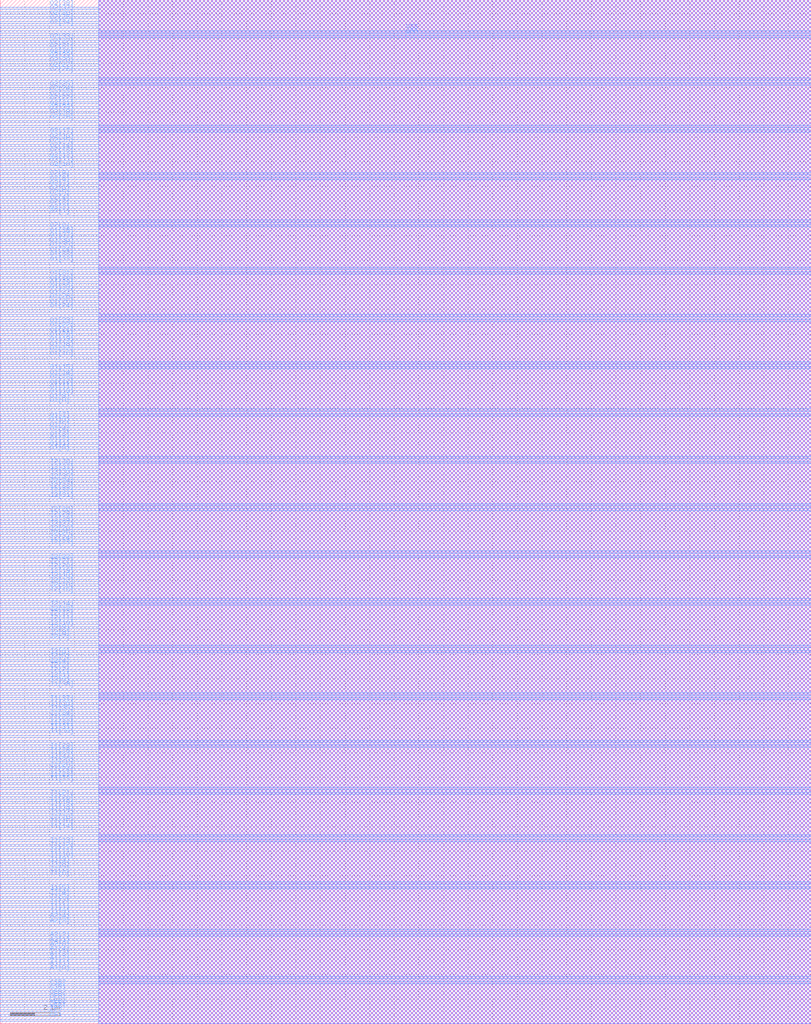
<source format=lef>
VERSION 5.6 ;
BUSBITCHARS "[]" ;
DIVIDERCHAR "/" ;

MACRO SRAM2RW32x39
  CLASS BLOCK ;
  ORIGIN 0 0 ;
  FOREIGN SRAM2RW32x39 0 0 ;
  SIZE 32.928 BY 41.568 ;
  SYMMETRY X Y ;
  SITE asap7sc7p5t ;
  PIN VDD
    DIRECTION INOUT ;
    USE POWER ;
    PORT 
      LAYER M4 ;
        RECT 0.0 1.632 32.928 1.728 ;
        RECT 0.0 3.552 32.928 3.648 ;
        RECT 0.0 5.472 32.928 5.568 ;
        RECT 0.0 7.392 32.928 7.488 ;
        RECT 0.0 9.312 32.928 9.408 ;
        RECT 0.0 11.232 32.928 11.328 ;
        RECT 0.0 13.152 32.928 13.248 ;
        RECT 0.0 15.072 32.928 15.168 ;
        RECT 0.0 16.992 32.928 17.088 ;
        RECT 0.0 18.912 32.928 19.008 ;
        RECT 0.0 20.832 32.928 20.928 ;
        RECT 0.0 22.752 32.928 22.848 ;
        RECT 0.0 24.672 32.928 24.768 ;
        RECT 0.0 26.592 32.928 26.688 ;
        RECT 0.0 28.512 32.928 28.608 ;
        RECT 0.0 30.432 32.928 30.528 ;
        RECT 0.0 32.352 32.928 32.448 ;
        RECT 0.0 34.272 32.928 34.368 ;
        RECT 0.0 36.192 32.928 36.288 ;
        RECT 0.0 38.112 32.928 38.208 ;
        RECT 0.0 40.032 32.928 40.128 ;
    END 
  END VDD
  PIN VSS
    DIRECTION INOUT ;
    USE GROUND ;
    PORT 
      LAYER M4 ;
        RECT 0.0 1.824 32.928 1.92 ;
        RECT 0.0 3.744 32.928 3.84 ;
        RECT 0.0 5.664 32.928 5.76 ;
        RECT 0.0 7.584 32.928 7.68 ;
        RECT 0.0 9.504 32.928 9.6 ;
        RECT 0.0 11.424 32.928 11.52 ;
        RECT 0.0 13.344 32.928 13.44 ;
        RECT 0.0 15.264 32.928 15.36 ;
        RECT 0.0 17.184 32.928 17.28 ;
        RECT 0.0 19.104 32.928 19.2 ;
        RECT 0.0 21.024 32.928 21.12 ;
        RECT 0.0 22.944 32.928 23.04 ;
        RECT 0.0 24.864 32.928 24.96 ;
        RECT 0.0 26.784 32.928 26.88 ;
        RECT 0.0 28.704 32.928 28.8 ;
        RECT 0.0 30.624 32.928 30.72 ;
        RECT 0.0 32.544 32.928 32.64 ;
        RECT 0.0 34.464 32.928 34.56 ;
        RECT 0.0 36.384 32.928 36.48 ;
        RECT 0.0 38.304 32.928 38.4 ;
        RECT 0.0 40.224 32.928 40.32 ;
    END 
  END VSS
  PIN CE1
    DIRECTION INPUT ;
    USE SIGNAL ;
    PORT 
      LAYER M4 ;
        RECT 0.0 0.096 4.0 0.192 ;
    END 
  END CE1
  PIN CE2
    DIRECTION INPUT ;
    USE SIGNAL ;
    PORT 
      LAYER M4 ;
        RECT 0.0 0.288 4.0 0.384 ;
    END 
  END CE2
  PIN WEB1
    DIRECTION INPUT ;
    USE SIGNAL ;
    PORT 
      LAYER M4 ;
        RECT 0.0 0.48 4.0 0.576 ;
    END 
  END WEB1
  PIN WEB2
    DIRECTION INPUT ;
    USE SIGNAL ;
    PORT 
      LAYER M4 ;
        RECT 0.0 0.672 4.0 0.768 ;
    END 
  END WEB2
  PIN OEB1
    DIRECTION INPUT ;
    USE SIGNAL ;
    PORT 
      LAYER M4 ;
        RECT 0.0 0.864 4.0 0.96 ;
    END 
  END OEB1
  PIN OEB2
    DIRECTION INPUT ;
    USE SIGNAL ;
    PORT 
      LAYER M4 ;
        RECT 0.0 1.056 4.0 1.152 ;
    END 
  END OEB2
  PIN CSB1
    DIRECTION INPUT ;
    USE SIGNAL ;
    PORT 
      LAYER M4 ;
        RECT 0.0 1.248 4.0 1.344 ;
    END 
  END CSB1
  PIN CSB2
    DIRECTION INPUT ;
    USE SIGNAL ;
    PORT 
      LAYER M4 ;
        RECT 0.0 1.44 4.0 1.536 ;
    END 
  END CSB2
  PIN A1[0]
    DIRECTION INPUT ;
    USE SIGNAL ;
    PORT 
      LAYER M4 ;
        RECT 0.0 2.016 4.0 2.112 ;
    END 
  END A1[0]
  PIN A1[1]
    DIRECTION INPUT ;
    USE SIGNAL ;
    PORT 
      LAYER M4 ;
        RECT 0.0 2.208 4.0 2.304 ;
    END 
  END A1[1]
  PIN A1[2]
    DIRECTION INPUT ;
    USE SIGNAL ;
    PORT 
      LAYER M4 ;
        RECT 0.0 2.4 4.0 2.496 ;
    END 
  END A1[2]
  PIN A1[3]
    DIRECTION INPUT ;
    USE SIGNAL ;
    PORT 
      LAYER M4 ;
        RECT 0.0 2.592 4.0 2.688 ;
    END 
  END A1[3]
  PIN A1[4]
    DIRECTION INPUT ;
    USE SIGNAL ;
    PORT 
      LAYER M4 ;
        RECT 0.0 2.784 4.0 2.88 ;
    END 
  END A1[4]
  PIN A2[0]
    DIRECTION INPUT ;
    USE SIGNAL ;
    PORT 
      LAYER M4 ;
        RECT 0.0 2.976 4.0 3.072 ;
    END 
  END A2[0]
  PIN A2[1]
    DIRECTION INPUT ;
    USE SIGNAL ;
    PORT 
      LAYER M4 ;
        RECT 0.0 3.168 4.0 3.264 ;
    END 
  END A2[1]
  PIN A2[2]
    DIRECTION INPUT ;
    USE SIGNAL ;
    PORT 
      LAYER M4 ;
        RECT 0.0 3.36 4.0 3.456 ;
    END 
  END A2[2]
  PIN A2[3]
    DIRECTION INPUT ;
    USE SIGNAL ;
    PORT 
      LAYER M4 ;
        RECT 0.0 3.936 4.0 4.032 ;
    END 
  END A2[3]
  PIN A2[4]
    DIRECTION INPUT ;
    USE SIGNAL ;
    PORT 
      LAYER M4 ;
        RECT 0.0 4.128 4.0 4.224 ;
    END 
  END A2[4]
  PIN I1[0]
    DIRECTION INPUT ;
    USE SIGNAL ;
    PORT 
      LAYER M4 ;
        RECT 0.0 4.32 4.0 4.416 ;
    END 
  END I1[0]
  PIN I1[1]
    DIRECTION INPUT ;
    USE SIGNAL ;
    PORT 
      LAYER M4 ;
        RECT 0.0 4.512 4.0 4.608 ;
    END 
  END I1[1]
  PIN I1[2]
    DIRECTION INPUT ;
    USE SIGNAL ;
    PORT 
      LAYER M4 ;
        RECT 0.0 4.704 4.0 4.8 ;
    END 
  END I1[2]
  PIN I1[3]
    DIRECTION INPUT ;
    USE SIGNAL ;
    PORT 
      LAYER M4 ;
        RECT 0.0 4.896 4.0 4.992 ;
    END 
  END I1[3]
  PIN I1[4]
    DIRECTION INPUT ;
    USE SIGNAL ;
    PORT 
      LAYER M4 ;
        RECT 0.0 5.088 4.0 5.184 ;
    END 
  END I1[4]
  PIN I1[5]
    DIRECTION INPUT ;
    USE SIGNAL ;
    PORT 
      LAYER M4 ;
        RECT 0.0 5.28 4.0 5.376 ;
    END 
  END I1[5]
  PIN I1[6]
    DIRECTION INPUT ;
    USE SIGNAL ;
    PORT 
      LAYER M4 ;
        RECT 0.0 5.856 4.0 5.952 ;
    END 
  END I1[6]
  PIN I1[7]
    DIRECTION INPUT ;
    USE SIGNAL ;
    PORT 
      LAYER M4 ;
        RECT 0.0 6.048 4.0 6.144 ;
    END 
  END I1[7]
  PIN I1[8]
    DIRECTION INPUT ;
    USE SIGNAL ;
    PORT 
      LAYER M4 ;
        RECT 0.0 6.24 4.0 6.336 ;
    END 
  END I1[8]
  PIN I1[9]
    DIRECTION INPUT ;
    USE SIGNAL ;
    PORT 
      LAYER M4 ;
        RECT 0.0 6.432 4.0 6.528 ;
    END 
  END I1[9]
  PIN I1[10]
    DIRECTION INPUT ;
    USE SIGNAL ;
    PORT 
      LAYER M4 ;
        RECT 0.0 6.624 4.0 6.72 ;
    END 
  END I1[10]
  PIN I1[11]
    DIRECTION INPUT ;
    USE SIGNAL ;
    PORT 
      LAYER M4 ;
        RECT 0.0 6.816 4.0 6.912 ;
    END 
  END I1[11]
  PIN I1[12]
    DIRECTION INPUT ;
    USE SIGNAL ;
    PORT 
      LAYER M4 ;
        RECT 0.0 7.008 4.0 7.104 ;
    END 
  END I1[12]
  PIN I1[13]
    DIRECTION INPUT ;
    USE SIGNAL ;
    PORT 
      LAYER M4 ;
        RECT 0.0 7.2 4.0 7.296 ;
    END 
  END I1[13]
  PIN I1[14]
    DIRECTION INPUT ;
    USE SIGNAL ;
    PORT 
      LAYER M4 ;
        RECT 0.0 7.776 4.0 7.872 ;
    END 
  END I1[14]
  PIN I1[15]
    DIRECTION INPUT ;
    USE SIGNAL ;
    PORT 
      LAYER M4 ;
        RECT 0.0 7.968 4.0 8.064 ;
    END 
  END I1[15]
  PIN I1[16]
    DIRECTION INPUT ;
    USE SIGNAL ;
    PORT 
      LAYER M4 ;
        RECT 0.0 8.16 4.0 8.256 ;
    END 
  END I1[16]
  PIN I1[17]
    DIRECTION INPUT ;
    USE SIGNAL ;
    PORT 
      LAYER M4 ;
        RECT 0.0 8.352 4.0 8.448 ;
    END 
  END I1[17]
  PIN I1[18]
    DIRECTION INPUT ;
    USE SIGNAL ;
    PORT 
      LAYER M4 ;
        RECT 0.0 8.544 4.0 8.64 ;
    END 
  END I1[18]
  PIN I1[19]
    DIRECTION INPUT ;
    USE SIGNAL ;
    PORT 
      LAYER M4 ;
        RECT 0.0 8.736 4.0 8.832 ;
    END 
  END I1[19]
  PIN I1[20]
    DIRECTION INPUT ;
    USE SIGNAL ;
    PORT 
      LAYER M4 ;
        RECT 0.0 8.928 4.0 9.024 ;
    END 
  END I1[20]
  PIN I1[21]
    DIRECTION INPUT ;
    USE SIGNAL ;
    PORT 
      LAYER M4 ;
        RECT 0.0 9.12 4.0 9.216 ;
    END 
  END I1[21]
  PIN I1[22]
    DIRECTION INPUT ;
    USE SIGNAL ;
    PORT 
      LAYER M4 ;
        RECT 0.0 9.696 4.0 9.792 ;
    END 
  END I1[22]
  PIN I1[23]
    DIRECTION INPUT ;
    USE SIGNAL ;
    PORT 
      LAYER M4 ;
        RECT 0.0 9.888 4.0 9.984 ;
    END 
  END I1[23]
  PIN I1[24]
    DIRECTION INPUT ;
    USE SIGNAL ;
    PORT 
      LAYER M4 ;
        RECT 0.0 10.08 4.0 10.176 ;
    END 
  END I1[24]
  PIN I1[25]
    DIRECTION INPUT ;
    USE SIGNAL ;
    PORT 
      LAYER M4 ;
        RECT 0.0 10.272 4.0 10.368 ;
    END 
  END I1[25]
  PIN I1[26]
    DIRECTION INPUT ;
    USE SIGNAL ;
    PORT 
      LAYER M4 ;
        RECT 0.0 10.464 4.0 10.56 ;
    END 
  END I1[26]
  PIN I1[27]
    DIRECTION INPUT ;
    USE SIGNAL ;
    PORT 
      LAYER M4 ;
        RECT 0.0 10.656 4.0 10.752 ;
    END 
  END I1[27]
  PIN I1[28]
    DIRECTION INPUT ;
    USE SIGNAL ;
    PORT 
      LAYER M4 ;
        RECT 0.0 10.848 4.0 10.944 ;
    END 
  END I1[28]
  PIN I1[29]
    DIRECTION INPUT ;
    USE SIGNAL ;
    PORT 
      LAYER M4 ;
        RECT 0.0 11.04 4.0 11.136 ;
    END 
  END I1[29]
  PIN I1[30]
    DIRECTION INPUT ;
    USE SIGNAL ;
    PORT 
      LAYER M4 ;
        RECT 0.0 11.616 4.0 11.712 ;
    END 
  END I1[30]
  PIN I1[31]
    DIRECTION INPUT ;
    USE SIGNAL ;
    PORT 
      LAYER M4 ;
        RECT 0.0 11.808 4.0 11.904 ;
    END 
  END I1[31]
  PIN I1[32]
    DIRECTION INPUT ;
    USE SIGNAL ;
    PORT 
      LAYER M4 ;
        RECT 0.0 12.0 4.0 12.096 ;
    END 
  END I1[32]
  PIN I1[33]
    DIRECTION INPUT ;
    USE SIGNAL ;
    PORT 
      LAYER M4 ;
        RECT 0.0 12.192 4.0 12.288 ;
    END 
  END I1[33]
  PIN I1[34]
    DIRECTION INPUT ;
    USE SIGNAL ;
    PORT 
      LAYER M4 ;
        RECT 0.0 12.384 4.0 12.48 ;
    END 
  END I1[34]
  PIN I1[35]
    DIRECTION INPUT ;
    USE SIGNAL ;
    PORT 
      LAYER M4 ;
        RECT 0.0 12.576 4.0 12.672 ;
    END 
  END I1[35]
  PIN I1[36]
    DIRECTION INPUT ;
    USE SIGNAL ;
    PORT 
      LAYER M4 ;
        RECT 0.0 12.768 4.0 12.864 ;
    END 
  END I1[36]
  PIN I1[37]
    DIRECTION INPUT ;
    USE SIGNAL ;
    PORT 
      LAYER M4 ;
        RECT 0.0 12.96 4.0 13.056 ;
    END 
  END I1[37]
  PIN I1[38]
    DIRECTION INPUT ;
    USE SIGNAL ;
    PORT 
      LAYER M4 ;
        RECT 0.0 13.536 4.0 13.632 ;
    END 
  END I1[38]
  PIN I2[0]
    DIRECTION INPUT ;
    USE SIGNAL ;
    PORT 
      LAYER M4 ;
        RECT 0.0 13.728 4.0 13.824 ;
    END 
  END I2[0]
  PIN I2[1]
    DIRECTION INPUT ;
    USE SIGNAL ;
    PORT 
      LAYER M4 ;
        RECT 0.0 13.92 4.0 14.016 ;
    END 
  END I2[1]
  PIN I2[2]
    DIRECTION INPUT ;
    USE SIGNAL ;
    PORT 
      LAYER M4 ;
        RECT 0.0 14.112 4.0 14.208 ;
    END 
  END I2[2]
  PIN I2[3]
    DIRECTION INPUT ;
    USE SIGNAL ;
    PORT 
      LAYER M4 ;
        RECT 0.0 14.304 4.0 14.4 ;
    END 
  END I2[3]
  PIN I2[4]
    DIRECTION INPUT ;
    USE SIGNAL ;
    PORT 
      LAYER M4 ;
        RECT 0.0 14.496 4.0 14.592 ;
    END 
  END I2[4]
  PIN I2[5]
    DIRECTION INPUT ;
    USE SIGNAL ;
    PORT 
      LAYER M4 ;
        RECT 0.0 14.688 4.0 14.784 ;
    END 
  END I2[5]
  PIN I2[6]
    DIRECTION INPUT ;
    USE SIGNAL ;
    PORT 
      LAYER M4 ;
        RECT 0.0 14.88 4.0 14.976 ;
    END 
  END I2[6]
  PIN I2[7]
    DIRECTION INPUT ;
    USE SIGNAL ;
    PORT 
      LAYER M4 ;
        RECT 0.0 15.456 4.0 15.552 ;
    END 
  END I2[7]
  PIN I2[8]
    DIRECTION INPUT ;
    USE SIGNAL ;
    PORT 
      LAYER M4 ;
        RECT 0.0 15.648 4.0 15.744 ;
    END 
  END I2[8]
  PIN I2[9]
    DIRECTION INPUT ;
    USE SIGNAL ;
    PORT 
      LAYER M4 ;
        RECT 0.0 15.84 4.0 15.936 ;
    END 
  END I2[9]
  PIN I2[10]
    DIRECTION INPUT ;
    USE SIGNAL ;
    PORT 
      LAYER M4 ;
        RECT 0.0 16.032 4.0 16.128 ;
    END 
  END I2[10]
  PIN I2[11]
    DIRECTION INPUT ;
    USE SIGNAL ;
    PORT 
      LAYER M4 ;
        RECT 0.0 16.224 4.0 16.32 ;
    END 
  END I2[11]
  PIN I2[12]
    DIRECTION INPUT ;
    USE SIGNAL ;
    PORT 
      LAYER M4 ;
        RECT 0.0 16.416 4.0 16.512 ;
    END 
  END I2[12]
  PIN I2[13]
    DIRECTION INPUT ;
    USE SIGNAL ;
    PORT 
      LAYER M4 ;
        RECT 0.0 16.608 4.0 16.704 ;
    END 
  END I2[13]
  PIN I2[14]
    DIRECTION INPUT ;
    USE SIGNAL ;
    PORT 
      LAYER M4 ;
        RECT 0.0 16.8 4.0 16.896 ;
    END 
  END I2[14]
  PIN I2[15]
    DIRECTION INPUT ;
    USE SIGNAL ;
    PORT 
      LAYER M4 ;
        RECT 0.0 17.376 4.0 17.472 ;
    END 
  END I2[15]
  PIN I2[16]
    DIRECTION INPUT ;
    USE SIGNAL ;
    PORT 
      LAYER M4 ;
        RECT 0.0 17.568 4.0 17.664 ;
    END 
  END I2[16]
  PIN I2[17]
    DIRECTION INPUT ;
    USE SIGNAL ;
    PORT 
      LAYER M4 ;
        RECT 0.0 17.76 4.0 17.856 ;
    END 
  END I2[17]
  PIN I2[18]
    DIRECTION INPUT ;
    USE SIGNAL ;
    PORT 
      LAYER M4 ;
        RECT 0.0 17.952 4.0 18.048 ;
    END 
  END I2[18]
  PIN I2[19]
    DIRECTION INPUT ;
    USE SIGNAL ;
    PORT 
      LAYER M4 ;
        RECT 0.0 18.144 4.0 18.24 ;
    END 
  END I2[19]
  PIN I2[20]
    DIRECTION INPUT ;
    USE SIGNAL ;
    PORT 
      LAYER M4 ;
        RECT 0.0 18.336 4.0 18.432 ;
    END 
  END I2[20]
  PIN I2[21]
    DIRECTION INPUT ;
    USE SIGNAL ;
    PORT 
      LAYER M4 ;
        RECT 0.0 18.528 4.0 18.624 ;
    END 
  END I2[21]
  PIN I2[22]
    DIRECTION INPUT ;
    USE SIGNAL ;
    PORT 
      LAYER M4 ;
        RECT 0.0 18.72 4.0 18.816 ;
    END 
  END I2[22]
  PIN I2[23]
    DIRECTION INPUT ;
    USE SIGNAL ;
    PORT 
      LAYER M4 ;
        RECT 0.0 19.296 4.0 19.392 ;
    END 
  END I2[23]
  PIN I2[24]
    DIRECTION INPUT ;
    USE SIGNAL ;
    PORT 
      LAYER M4 ;
        RECT 0.0 19.488 4.0 19.584 ;
    END 
  END I2[24]
  PIN I2[25]
    DIRECTION INPUT ;
    USE SIGNAL ;
    PORT 
      LAYER M4 ;
        RECT 0.0 19.68 4.0 19.776 ;
    END 
  END I2[25]
  PIN I2[26]
    DIRECTION INPUT ;
    USE SIGNAL ;
    PORT 
      LAYER M4 ;
        RECT 0.0 19.872 4.0 19.968 ;
    END 
  END I2[26]
  PIN I2[27]
    DIRECTION INPUT ;
    USE SIGNAL ;
    PORT 
      LAYER M4 ;
        RECT 0.0 20.064 4.0 20.16 ;
    END 
  END I2[27]
  PIN I2[28]
    DIRECTION INPUT ;
    USE SIGNAL ;
    PORT 
      LAYER M4 ;
        RECT 0.0 20.256 4.0 20.352 ;
    END 
  END I2[28]
  PIN I2[29]
    DIRECTION INPUT ;
    USE SIGNAL ;
    PORT 
      LAYER M4 ;
        RECT 0.0 20.448 4.0 20.544 ;
    END 
  END I2[29]
  PIN I2[30]
    DIRECTION INPUT ;
    USE SIGNAL ;
    PORT 
      LAYER M4 ;
        RECT 0.0 20.64 4.0 20.736 ;
    END 
  END I2[30]
  PIN I2[31]
    DIRECTION INPUT ;
    USE SIGNAL ;
    PORT 
      LAYER M4 ;
        RECT 0.0 21.216 4.0 21.312 ;
    END 
  END I2[31]
  PIN I2[32]
    DIRECTION INPUT ;
    USE SIGNAL ;
    PORT 
      LAYER M4 ;
        RECT 0.0 21.408 4.0 21.504 ;
    END 
  END I2[32]
  PIN I2[33]
    DIRECTION INPUT ;
    USE SIGNAL ;
    PORT 
      LAYER M4 ;
        RECT 0.0 21.6 4.0 21.696 ;
    END 
  END I2[33]
  PIN I2[34]
    DIRECTION INPUT ;
    USE SIGNAL ;
    PORT 
      LAYER M4 ;
        RECT 0.0 21.792 4.0 21.888 ;
    END 
  END I2[34]
  PIN I2[35]
    DIRECTION INPUT ;
    USE SIGNAL ;
    PORT 
      LAYER M4 ;
        RECT 0.0 21.984 4.0 22.08 ;
    END 
  END I2[35]
  PIN I2[36]
    DIRECTION INPUT ;
    USE SIGNAL ;
    PORT 
      LAYER M4 ;
        RECT 0.0 22.176 4.0 22.272 ;
    END 
  END I2[36]
  PIN I2[37]
    DIRECTION INPUT ;
    USE SIGNAL ;
    PORT 
      LAYER M4 ;
        RECT 0.0 22.368 4.0 22.464 ;
    END 
  END I2[37]
  PIN I2[38]
    DIRECTION INPUT ;
    USE SIGNAL ;
    PORT 
      LAYER M4 ;
        RECT 0.0 22.56 4.0 22.656 ;
    END 
  END I2[38]
  PIN O1[0]
    DIRECTION OUTPUT ;
    USE SIGNAL ;
    PORT 
      LAYER M4 ;
        RECT 0.0 23.136 4.0 23.232 ;
    END 
  END O1[0]
  PIN O1[1]
    DIRECTION OUTPUT ;
    USE SIGNAL ;
    PORT 
      LAYER M4 ;
        RECT 0.0 23.328 4.0 23.424 ;
    END 
  END O1[1]
  PIN O1[2]
    DIRECTION OUTPUT ;
    USE SIGNAL ;
    PORT 
      LAYER M4 ;
        RECT 0.0 23.52 4.0 23.616 ;
    END 
  END O1[2]
  PIN O1[3]
    DIRECTION OUTPUT ;
    USE SIGNAL ;
    PORT 
      LAYER M4 ;
        RECT 0.0 23.712 4.0 23.808 ;
    END 
  END O1[3]
  PIN O1[4]
    DIRECTION OUTPUT ;
    USE SIGNAL ;
    PORT 
      LAYER M4 ;
        RECT 0.0 23.904 4.0 24.0 ;
    END 
  END O1[4]
  PIN O1[5]
    DIRECTION OUTPUT ;
    USE SIGNAL ;
    PORT 
      LAYER M4 ;
        RECT 0.0 24.096 4.0 24.192 ;
    END 
  END O1[5]
  PIN O1[6]
    DIRECTION OUTPUT ;
    USE SIGNAL ;
    PORT 
      LAYER M4 ;
        RECT 0.0 24.288 4.0 24.384 ;
    END 
  END O1[6]
  PIN O1[7]
    DIRECTION OUTPUT ;
    USE SIGNAL ;
    PORT 
      LAYER M4 ;
        RECT 0.0 24.48 4.0 24.576 ;
    END 
  END O1[7]
  PIN O1[8]
    DIRECTION OUTPUT ;
    USE SIGNAL ;
    PORT 
      LAYER M4 ;
        RECT 0.0 25.056 4.0 25.152 ;
    END 
  END O1[8]
  PIN O1[9]
    DIRECTION OUTPUT ;
    USE SIGNAL ;
    PORT 
      LAYER M4 ;
        RECT 0.0 25.248 4.0 25.344 ;
    END 
  END O1[9]
  PIN O1[10]
    DIRECTION OUTPUT ;
    USE SIGNAL ;
    PORT 
      LAYER M4 ;
        RECT 0.0 25.44 4.0 25.536 ;
    END 
  END O1[10]
  PIN O1[11]
    DIRECTION OUTPUT ;
    USE SIGNAL ;
    PORT 
      LAYER M4 ;
        RECT 0.0 25.632 4.0 25.728 ;
    END 
  END O1[11]
  PIN O1[12]
    DIRECTION OUTPUT ;
    USE SIGNAL ;
    PORT 
      LAYER M4 ;
        RECT 0.0 25.824 4.0 25.92 ;
    END 
  END O1[12]
  PIN O1[13]
    DIRECTION OUTPUT ;
    USE SIGNAL ;
    PORT 
      LAYER M4 ;
        RECT 0.0 26.016 4.0 26.112 ;
    END 
  END O1[13]
  PIN O1[14]
    DIRECTION OUTPUT ;
    USE SIGNAL ;
    PORT 
      LAYER M4 ;
        RECT 0.0 26.208 4.0 26.304 ;
    END 
  END O1[14]
  PIN O1[15]
    DIRECTION OUTPUT ;
    USE SIGNAL ;
    PORT 
      LAYER M4 ;
        RECT 0.0 26.4 4.0 26.496 ;
    END 
  END O1[15]
  PIN O1[16]
    DIRECTION OUTPUT ;
    USE SIGNAL ;
    PORT 
      LAYER M4 ;
        RECT 0.0 26.976 4.0 27.072 ;
    END 
  END O1[16]
  PIN O1[17]
    DIRECTION OUTPUT ;
    USE SIGNAL ;
    PORT 
      LAYER M4 ;
        RECT 0.0 27.168 4.0 27.264 ;
    END 
  END O1[17]
  PIN O1[18]
    DIRECTION OUTPUT ;
    USE SIGNAL ;
    PORT 
      LAYER M4 ;
        RECT 0.0 27.36 4.0 27.456 ;
    END 
  END O1[18]
  PIN O1[19]
    DIRECTION OUTPUT ;
    USE SIGNAL ;
    PORT 
      LAYER M4 ;
        RECT 0.0 27.552 4.0 27.648 ;
    END 
  END O1[19]
  PIN O1[20]
    DIRECTION OUTPUT ;
    USE SIGNAL ;
    PORT 
      LAYER M4 ;
        RECT 0.0 27.744 4.0 27.84 ;
    END 
  END O1[20]
  PIN O1[21]
    DIRECTION OUTPUT ;
    USE SIGNAL ;
    PORT 
      LAYER M4 ;
        RECT 0.0 27.936 4.0 28.032 ;
    END 
  END O1[21]
  PIN O1[22]
    DIRECTION OUTPUT ;
    USE SIGNAL ;
    PORT 
      LAYER M4 ;
        RECT 0.0 28.128 4.0 28.224 ;
    END 
  END O1[22]
  PIN O1[23]
    DIRECTION OUTPUT ;
    USE SIGNAL ;
    PORT 
      LAYER M4 ;
        RECT 0.0 28.32 4.0 28.416 ;
    END 
  END O1[23]
  PIN O1[24]
    DIRECTION OUTPUT ;
    USE SIGNAL ;
    PORT 
      LAYER M4 ;
        RECT 0.0 28.896 4.0 28.992 ;
    END 
  END O1[24]
  PIN O1[25]
    DIRECTION OUTPUT ;
    USE SIGNAL ;
    PORT 
      LAYER M4 ;
        RECT 0.0 29.088 4.0 29.184 ;
    END 
  END O1[25]
  PIN O1[26]
    DIRECTION OUTPUT ;
    USE SIGNAL ;
    PORT 
      LAYER M4 ;
        RECT 0.0 29.28 4.0 29.376 ;
    END 
  END O1[26]
  PIN O1[27]
    DIRECTION OUTPUT ;
    USE SIGNAL ;
    PORT 
      LAYER M4 ;
        RECT 0.0 29.472 4.0 29.568 ;
    END 
  END O1[27]
  PIN O1[28]
    DIRECTION OUTPUT ;
    USE SIGNAL ;
    PORT 
      LAYER M4 ;
        RECT 0.0 29.664 4.0 29.76 ;
    END 
  END O1[28]
  PIN O1[29]
    DIRECTION OUTPUT ;
    USE SIGNAL ;
    PORT 
      LAYER M4 ;
        RECT 0.0 29.856 4.0 29.952 ;
    END 
  END O1[29]
  PIN O1[30]
    DIRECTION OUTPUT ;
    USE SIGNAL ;
    PORT 
      LAYER M4 ;
        RECT 0.0 30.048 4.0 30.144 ;
    END 
  END O1[30]
  PIN O1[31]
    DIRECTION OUTPUT ;
    USE SIGNAL ;
    PORT 
      LAYER M4 ;
        RECT 0.0 30.24 4.0 30.336 ;
    END 
  END O1[31]
  PIN O1[32]
    DIRECTION OUTPUT ;
    USE SIGNAL ;
    PORT 
      LAYER M4 ;
        RECT 0.0 30.816 4.0 30.912 ;
    END 
  END O1[32]
  PIN O1[33]
    DIRECTION OUTPUT ;
    USE SIGNAL ;
    PORT 
      LAYER M4 ;
        RECT 0.0 31.008 4.0 31.104 ;
    END 
  END O1[33]
  PIN O1[34]
    DIRECTION OUTPUT ;
    USE SIGNAL ;
    PORT 
      LAYER M4 ;
        RECT 0.0 31.2 4.0 31.296 ;
    END 
  END O1[34]
  PIN O1[35]
    DIRECTION OUTPUT ;
    USE SIGNAL ;
    PORT 
      LAYER M4 ;
        RECT 0.0 31.392 4.0 31.488 ;
    END 
  END O1[35]
  PIN O1[36]
    DIRECTION OUTPUT ;
    USE SIGNAL ;
    PORT 
      LAYER M4 ;
        RECT 0.0 31.584 4.0 31.68 ;
    END 
  END O1[36]
  PIN O1[37]
    DIRECTION OUTPUT ;
    USE SIGNAL ;
    PORT 
      LAYER M4 ;
        RECT 0.0 31.776 4.0 31.872 ;
    END 
  END O1[37]
  PIN O1[38]
    DIRECTION OUTPUT ;
    USE SIGNAL ;
    PORT 
      LAYER M4 ;
        RECT 0.0 31.968 4.0 32.064 ;
    END 
  END O1[38]
  PIN O2[0]
    DIRECTION OUTPUT ;
    USE SIGNAL ;
    PORT 
      LAYER M4 ;
        RECT 0.0 32.16 4.0 32.256 ;
    END 
  END O2[0]
  PIN O2[1]
    DIRECTION OUTPUT ;
    USE SIGNAL ;
    PORT 
      LAYER M4 ;
        RECT 0.0 32.736 4.0 32.832 ;
    END 
  END O2[1]
  PIN O2[2]
    DIRECTION OUTPUT ;
    USE SIGNAL ;
    PORT 
      LAYER M4 ;
        RECT 0.0 32.928 4.0 33.024 ;
    END 
  END O2[2]
  PIN O2[3]
    DIRECTION OUTPUT ;
    USE SIGNAL ;
    PORT 
      LAYER M4 ;
        RECT 0.0 33.12 4.0 33.216 ;
    END 
  END O2[3]
  PIN O2[4]
    DIRECTION OUTPUT ;
    USE SIGNAL ;
    PORT 
      LAYER M4 ;
        RECT 0.0 33.312 4.0 33.408 ;
    END 
  END O2[4]
  PIN O2[5]
    DIRECTION OUTPUT ;
    USE SIGNAL ;
    PORT 
      LAYER M4 ;
        RECT 0.0 33.504 4.0 33.6 ;
    END 
  END O2[5]
  PIN O2[6]
    DIRECTION OUTPUT ;
    USE SIGNAL ;
    PORT 
      LAYER M4 ;
        RECT 0.0 33.696 4.0 33.792 ;
    END 
  END O2[6]
  PIN O2[7]
    DIRECTION OUTPUT ;
    USE SIGNAL ;
    PORT 
      LAYER M4 ;
        RECT 0.0 33.888 4.0 33.984 ;
    END 
  END O2[7]
  PIN O2[8]
    DIRECTION OUTPUT ;
    USE SIGNAL ;
    PORT 
      LAYER M4 ;
        RECT 0.0 34.08 4.0 34.176 ;
    END 
  END O2[8]
  PIN O2[9]
    DIRECTION OUTPUT ;
    USE SIGNAL ;
    PORT 
      LAYER M4 ;
        RECT 0.0 34.272 4.0 34.368 ;
    END 
  END O2[9]
  PIN O2[10]
    DIRECTION OUTPUT ;
    USE SIGNAL ;
    PORT 
      LAYER M4 ;
        RECT 0.0 34.656 4.0 34.752 ;
    END 
  END O2[10]
  PIN O2[11]
    DIRECTION OUTPUT ;
    USE SIGNAL ;
    PORT 
      LAYER M4 ;
        RECT 0.0 34.848 4.0 34.944 ;
    END 
  END O2[11]
  PIN O2[12]
    DIRECTION OUTPUT ;
    USE SIGNAL ;
    PORT 
      LAYER M4 ;
        RECT 0.0 35.04 4.0 35.136 ;
    END 
  END O2[12]
  PIN O2[13]
    DIRECTION OUTPUT ;
    USE SIGNAL ;
    PORT 
      LAYER M4 ;
        RECT 0.0 35.232 4.0 35.328 ;
    END 
  END O2[13]
  PIN O2[14]
    DIRECTION OUTPUT ;
    USE SIGNAL ;
    PORT 
      LAYER M4 ;
        RECT 0.0 35.424 4.0 35.52 ;
    END 
  END O2[14]
  PIN O2[15]
    DIRECTION OUTPUT ;
    USE SIGNAL ;
    PORT 
      LAYER M4 ;
        RECT 0.0 35.616 4.0 35.712 ;
    END 
  END O2[15]
  PIN O2[16]
    DIRECTION OUTPUT ;
    USE SIGNAL ;
    PORT 
      LAYER M4 ;
        RECT 0.0 35.808 4.0 35.904 ;
    END 
  END O2[16]
  PIN O2[17]
    DIRECTION OUTPUT ;
    USE SIGNAL ;
    PORT 
      LAYER M4 ;
        RECT 0.0 36.0 4.0 36.096 ;
    END 
  END O2[17]
  PIN O2[18]
    DIRECTION OUTPUT ;
    USE SIGNAL ;
    PORT 
      LAYER M4 ;
        RECT 0.0 36.576 4.0 36.672 ;
    END 
  END O2[18]
  PIN O2[19]
    DIRECTION OUTPUT ;
    USE SIGNAL ;
    PORT 
      LAYER M4 ;
        RECT 0.0 36.768 4.0 36.864 ;
    END 
  END O2[19]
  PIN O2[20]
    DIRECTION OUTPUT ;
    USE SIGNAL ;
    PORT 
      LAYER M4 ;
        RECT 0.0 36.96 4.0 37.056 ;
    END 
  END O2[20]
  PIN O2[21]
    DIRECTION OUTPUT ;
    USE SIGNAL ;
    PORT 
      LAYER M4 ;
        RECT 0.0 37.152 4.0 37.248 ;
    END 
  END O2[21]
  PIN O2[22]
    DIRECTION OUTPUT ;
    USE SIGNAL ;
    PORT 
      LAYER M4 ;
        RECT 0.0 37.344 4.0 37.44 ;
    END 
  END O2[22]
  PIN O2[23]
    DIRECTION OUTPUT ;
    USE SIGNAL ;
    PORT 
      LAYER M4 ;
        RECT 0.0 37.536 4.0 37.632 ;
    END 
  END O2[23]
  PIN O2[24]
    DIRECTION OUTPUT ;
    USE SIGNAL ;
    PORT 
      LAYER M4 ;
        RECT 0.0 37.728 4.0 37.824 ;
    END 
  END O2[24]
  PIN O2[25]
    DIRECTION OUTPUT ;
    USE SIGNAL ;
    PORT 
      LAYER M4 ;
        RECT 0.0 37.92 4.0 38.016 ;
    END 
  END O2[25]
  PIN O2[26]
    DIRECTION OUTPUT ;
    USE SIGNAL ;
    PORT 
      LAYER M4 ;
        RECT 0.0 38.496 4.0 38.592 ;
    END 
  END O2[26]
  PIN O2[27]
    DIRECTION OUTPUT ;
    USE SIGNAL ;
    PORT 
      LAYER M4 ;
        RECT 0.0 38.688 4.0 38.784 ;
    END 
  END O2[27]
  PIN O2[28]
    DIRECTION OUTPUT ;
    USE SIGNAL ;
    PORT 
      LAYER M4 ;
        RECT 0.0 38.88 4.0 38.976 ;
    END 
  END O2[28]
  PIN O2[29]
    DIRECTION OUTPUT ;
    USE SIGNAL ;
    PORT 
      LAYER M4 ;
        RECT 0.0 39.072 4.0 39.168 ;
    END 
  END O2[29]
  PIN O2[30]
    DIRECTION OUTPUT ;
    USE SIGNAL ;
    PORT 
      LAYER M4 ;
        RECT 0.0 39.264 4.0 39.36 ;
    END 
  END O2[30]
  PIN O2[31]
    DIRECTION OUTPUT ;
    USE SIGNAL ;
    PORT 
      LAYER M4 ;
        RECT 0.0 39.456 4.0 39.552 ;
    END 
  END O2[31]
  PIN O2[32]
    DIRECTION OUTPUT ;
    USE SIGNAL ;
    PORT 
      LAYER M4 ;
        RECT 0.0 39.648 4.0 39.744 ;
    END 
  END O2[32]
  PIN O2[33]
    DIRECTION OUTPUT ;
    USE SIGNAL ;
    PORT 
      LAYER M4 ;
        RECT 0.0 39.84 4.0 39.936 ;
    END 
  END O2[33]
  PIN O2[34]
    DIRECTION OUTPUT ;
    USE SIGNAL ;
    PORT 
      LAYER M4 ;
        RECT 0.0 40.416 4.0 40.512 ;
    END 
  END O2[34]
  PIN O2[35]
    DIRECTION OUTPUT ;
    USE SIGNAL ;
    PORT 
      LAYER M4 ;
        RECT 0.0 40.608 4.0 40.704 ;
    END 
  END O2[35]
  PIN O2[36]
    DIRECTION OUTPUT ;
    USE SIGNAL ;
    PORT 
      LAYER M4 ;
        RECT 0.0 40.8 4.0 40.896 ;
    END 
  END O2[36]
  PIN O2[37]
    DIRECTION OUTPUT ;
    USE SIGNAL ;
    PORT 
      LAYER M4 ;
        RECT 0.0 40.992 4.0 41.088 ;
    END 
  END O2[37]
  PIN O2[38]
    DIRECTION OUTPUT ;
    USE SIGNAL ;
    PORT 
      LAYER M4 ;
        RECT 0.0 41.184 4.0 41.28 ;
    END 
  END O2[38]
  OBS 
    LAYER M1 ;
      RECT 4.0 0.0 32.928 41.568 ;
    LAYER M2 ;
      RECT 4.0 0.0 32.928 41.568 ;
    LAYER M3 ;
      RECT 4.0 0.0 32.928 41.568 ;
  END 
END SRAM2RW32x39

END LIBRARY
</source>
